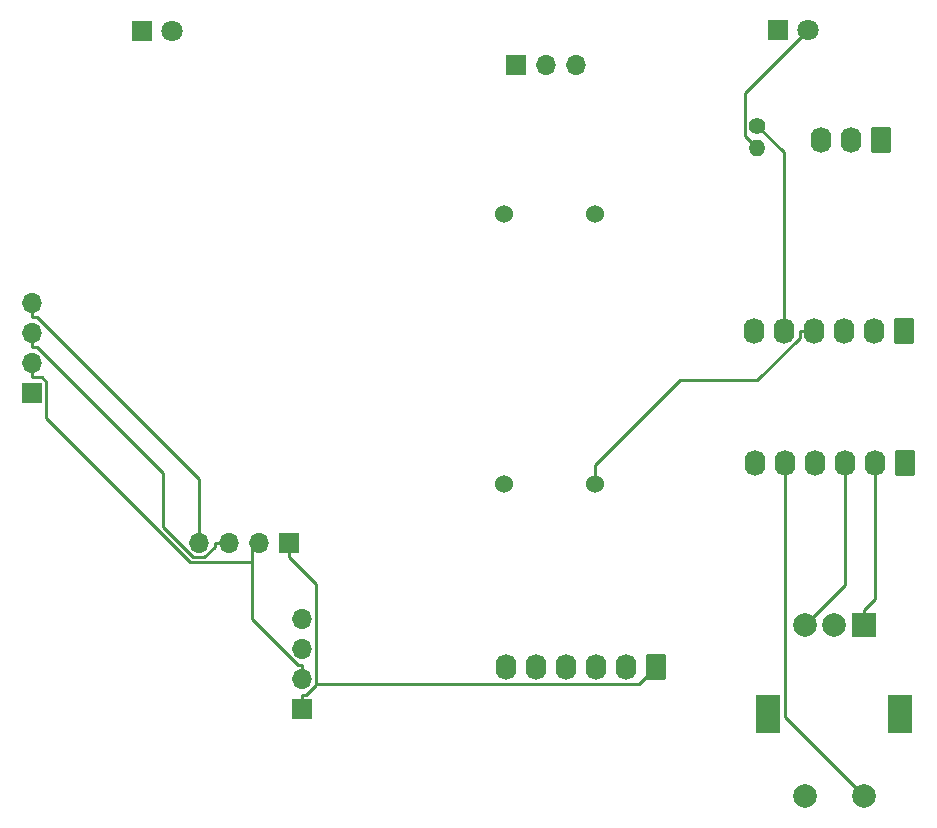
<source format=gbr>
%TF.GenerationSoftware,KiCad,Pcbnew,7.0.9*%
%TF.CreationDate,2023-11-25T09:18:02+10:00*%
%TF.ProjectId,Simmeters Large Guage Replacement,53696d6d-6574-4657-9273-204c61726765,rev?*%
%TF.SameCoordinates,Original*%
%TF.FileFunction,Copper,L1,Top*%
%TF.FilePolarity,Positive*%
%FSLAX46Y46*%
G04 Gerber Fmt 4.6, Leading zero omitted, Abs format (unit mm)*
G04 Created by KiCad (PCBNEW 7.0.9) date 2023-11-25 09:18:02*
%MOMM*%
%LPD*%
G01*
G04 APERTURE LIST*
G04 Aperture macros list*
%AMRoundRect*
0 Rectangle with rounded corners*
0 $1 Rounding radius*
0 $2 $3 $4 $5 $6 $7 $8 $9 X,Y pos of 4 corners*
0 Add a 4 corners polygon primitive as box body*
4,1,4,$2,$3,$4,$5,$6,$7,$8,$9,$2,$3,0*
0 Add four circle primitives for the rounded corners*
1,1,$1+$1,$2,$3*
1,1,$1+$1,$4,$5*
1,1,$1+$1,$6,$7*
1,1,$1+$1,$8,$9*
0 Add four rect primitives between the rounded corners*
20,1,$1+$1,$2,$3,$4,$5,0*
20,1,$1+$1,$4,$5,$6,$7,0*
20,1,$1+$1,$6,$7,$8,$9,0*
20,1,$1+$1,$8,$9,$2,$3,0*%
G04 Aperture macros list end*
%TA.AperFunction,ComponentPad*%
%ADD10C,1.524000*%
%TD*%
%TA.AperFunction,ComponentPad*%
%ADD11R,1.700000X1.700000*%
%TD*%
%TA.AperFunction,ComponentPad*%
%ADD12O,1.700000X1.700000*%
%TD*%
%TA.AperFunction,ComponentPad*%
%ADD13R,2.000000X2.000000*%
%TD*%
%TA.AperFunction,ComponentPad*%
%ADD14C,2.000000*%
%TD*%
%TA.AperFunction,ComponentPad*%
%ADD15R,2.000000X3.200000*%
%TD*%
%TA.AperFunction,ComponentPad*%
%ADD16R,1.800000X1.800000*%
%TD*%
%TA.AperFunction,ComponentPad*%
%ADD17C,1.800000*%
%TD*%
%TA.AperFunction,ComponentPad*%
%ADD18O,1.400000X1.400000*%
%TD*%
%TA.AperFunction,ComponentPad*%
%ADD19C,1.400000*%
%TD*%
%TA.AperFunction,ComponentPad*%
%ADD20RoundRect,0.250000X0.620000X0.845000X-0.620000X0.845000X-0.620000X-0.845000X0.620000X-0.845000X0*%
%TD*%
%TA.AperFunction,ComponentPad*%
%ADD21O,1.740000X2.190000*%
%TD*%
%TA.AperFunction,Conductor*%
%ADD22C,0.250000*%
%TD*%
G04 APERTURE END LIST*
D10*
%TO.P,M1,1*%
%TO.N,/COIL1*%
X190245100Y-89269600D03*
%TO.P,M1,2,-*%
%TO.N,/COIL2*%
X182545100Y-89269600D03*
%TO.P,M1,3*%
%TO.N,/COIL3*%
X182545100Y-112119600D03*
%TO.P,M1,4*%
%TO.N,/COIL4*%
X190245100Y-112119600D03*
%TD*%
D11*
%TO.P,J4,1,Pin_1*%
%TO.N,+5V*%
X183610500Y-76604600D03*
D12*
%TO.P,J4,2,Pin_2*%
%TO.N,/ZERO_DETECT*%
X186150500Y-76604600D03*
%TO.P,J4,3,Pin_3*%
%TO.N,GND1*%
X188690500Y-76604600D03*
%TD*%
D13*
%TO.P,SW1,A,A*%
%TO.N,/ENCODER-A*%
X213015500Y-124054600D03*
D14*
%TO.P,SW1,B,B*%
%TO.N,/ENCODER B*%
X208015500Y-124054600D03*
%TO.P,SW1,C,C*%
%TO.N,/ENCORDER GND*%
X210515500Y-124054600D03*
D15*
%TO.P,SW1,MP*%
%TO.N,N/C*%
X216115500Y-131554600D03*
X204915500Y-131554600D03*
D14*
%TO.P,SW1,S1,S1*%
%TO.N,/ROW*%
X208015500Y-138554600D03*
%TO.P,SW1,S2,S2*%
%TO.N,/COL*%
X213015500Y-138554600D03*
%TD*%
D11*
%TO.P,DS3,1,Pin_1*%
%TO.N,GND*%
X165455500Y-131114600D03*
D12*
%TO.P,DS3,2,Pin_2*%
%TO.N,+3V3*%
X165455500Y-128574600D03*
%TO.P,DS3,3,Pin_3*%
%TO.N,/SC1*%
X165455500Y-126034600D03*
%TO.P,DS3,4,Pin_4*%
%TO.N,/SD1*%
X165455500Y-123494600D03*
%TD*%
D11*
%TO.P,DS2,1,Pin_1*%
%TO.N,GND*%
X164321500Y-117092600D03*
D12*
%TO.P,DS2,2,Pin_2*%
%TO.N,+3V3*%
X161781500Y-117092600D03*
%TO.P,DS2,3,Pin_3*%
%TO.N,/SC0*%
X159241500Y-117092600D03*
%TO.P,DS2,4,Pin_4*%
%TO.N,/SD0*%
X156701500Y-117092600D03*
%TD*%
D11*
%TO.P,DS1,1,Pin_1*%
%TO.N,GND*%
X142625500Y-104434600D03*
D12*
%TO.P,DS1,2,Pin_2*%
%TO.N,+3V3*%
X142625500Y-101894600D03*
%TO.P,DS1,3,Pin_3*%
%TO.N,/SC0*%
X142625500Y-99354600D03*
%TO.P,DS1,4,Pin_4*%
%TO.N,/SD0*%
X142625500Y-96814600D03*
%TD*%
D16*
%TO.P,D2,1,K*%
%TO.N,/BACKLIGHT_GND*%
X151875500Y-73774600D03*
D17*
%TO.P,D2,2,A*%
%TO.N,Net-(D1-K)*%
X154415500Y-73774600D03*
%TD*%
D16*
%TO.P,D1,1,K*%
%TO.N,Net-(D1-K)*%
X205723500Y-73658600D03*
D17*
%TO.P,D1,2,A*%
%TO.N,Net-(D1-A)*%
X208263500Y-73658600D03*
%TD*%
D18*
%TO.P,R1,2*%
%TO.N,Net-(D1-A)*%
X203995500Y-83674600D03*
D19*
%TO.P,R1,1*%
%TO.N,/BACKLIGHT_+12V*%
X203995500Y-81774600D03*
%TD*%
D20*
%TO.P,J1,1,Pin_1*%
%TO.N,GND*%
X195415500Y-127584600D03*
D21*
%TO.P,J1,2,Pin_2*%
%TO.N,+3V3*%
X192875500Y-127584600D03*
%TO.P,J1,3,Pin_3*%
%TO.N,/SC0*%
X190335500Y-127584600D03*
%TO.P,J1,4,Pin_4*%
%TO.N,/SD0*%
X187795500Y-127584600D03*
%TO.P,J1,5,Pin_5*%
%TO.N,/SC1*%
X185255500Y-127584600D03*
%TO.P,J1,6,Pin_6*%
%TO.N,/SD1*%
X182715500Y-127584600D03*
%TD*%
D20*
%TO.P,J2,1,Pin_1*%
%TO.N,/COIL1*%
X216405500Y-99124600D03*
D21*
%TO.P,J2,2,Pin_2*%
%TO.N,/COIL2*%
X213865500Y-99124600D03*
%TO.P,J2,3,Pin_3*%
%TO.N,/COIL3*%
X211325500Y-99124600D03*
%TO.P,J2,4,Pin_4*%
%TO.N,/COIL4*%
X208785500Y-99124600D03*
%TO.P,J2,5,Pin_5*%
%TO.N,/BACKLIGHT_+12V*%
X206245500Y-99124600D03*
%TO.P,J2,6,Pin_6*%
%TO.N,/BACKLIGHT_GND*%
X203705500Y-99124600D03*
%TD*%
D20*
%TO.P,J3,1,Pin_1*%
%TO.N,/ENCORDER GND*%
X216485500Y-110284600D03*
D21*
%TO.P,J3,2,Pin_2*%
%TO.N,/ENCODER-A*%
X213945500Y-110284600D03*
%TO.P,J3,3,Pin_3*%
%TO.N,/ENCODER B*%
X211405500Y-110284600D03*
%TO.P,J3,4,Pin_4*%
%TO.N,/ROW*%
X208865500Y-110284600D03*
%TO.P,J3,5,Pin_5*%
%TO.N,/COL*%
X206325500Y-110284600D03*
%TO.P,J3,6,Pin_6*%
%TO.N,unconnected-(J3-Pin_6-Pad6)*%
X203785500Y-110284600D03*
%TD*%
D20*
%TO.P,J5,1,Pin_1*%
%TO.N,+5V*%
X214455500Y-82954600D03*
D21*
%TO.P,J5,2,Pin_2*%
%TO.N,/ZERO_DETECT*%
X211915500Y-82954600D03*
%TO.P,J5,3,Pin_3*%
%TO.N,GND1*%
X209375500Y-82954600D03*
%TD*%
D22*
%TO.N,/SD0*%
X156701500Y-111698600D02*
X156701500Y-117092600D01*
X142992800Y-97989900D02*
X156701500Y-111698600D01*
X142625500Y-97989900D02*
X142992800Y-97989900D01*
X142625500Y-96814600D02*
X142625500Y-97989900D01*
%TO.N,/SC0*%
X142992800Y-100529900D02*
X142625500Y-100529900D01*
X153657000Y-111194100D02*
X142992800Y-100529900D01*
X153657000Y-115744400D02*
X153657000Y-111194100D01*
X156200900Y-118288300D02*
X153657000Y-115744400D01*
X157171100Y-118288300D02*
X156200900Y-118288300D01*
X158066200Y-117393200D02*
X157171100Y-118288300D01*
X158066200Y-117092600D02*
X158066200Y-117393200D01*
X159241500Y-117092600D02*
X158066200Y-117092600D01*
X142625500Y-99354600D02*
X142625500Y-100529900D01*
%TO.N,+3V3*%
X161781500Y-117092600D02*
X161193900Y-117092600D01*
X165455500Y-128574600D02*
X165455500Y-127399300D01*
X142625500Y-101894600D02*
X142625500Y-103069900D01*
X143433600Y-103069900D02*
X142625500Y-103069900D01*
X143800800Y-103437100D02*
X143433600Y-103069900D01*
X143800800Y-106541000D02*
X143800800Y-103437100D01*
X156004700Y-118744900D02*
X143800800Y-106541000D01*
X161193900Y-118744900D02*
X156004700Y-118744900D01*
X161193900Y-117092600D02*
X161193900Y-118744900D01*
X165088200Y-127399300D02*
X165455500Y-127399300D01*
X161193900Y-123505000D02*
X165088200Y-127399300D01*
X161193900Y-118744900D02*
X161193900Y-123505000D01*
%TO.N,GND*%
X164321500Y-117092600D02*
X164321500Y-118267900D01*
X165455500Y-131114600D02*
X165455500Y-129939300D01*
X193965400Y-129034700D02*
X166630800Y-129034700D01*
X195415500Y-127584600D02*
X193965400Y-129034700D01*
X166630800Y-120577200D02*
X166630800Y-129034700D01*
X164321500Y-118267900D02*
X166630800Y-120577200D01*
X165822900Y-129939300D02*
X165455500Y-129939300D01*
X166630800Y-129131400D02*
X165822900Y-129939300D01*
X166630800Y-129034700D02*
X166630800Y-129131400D01*
%TO.N,/COL*%
X206325500Y-131864600D02*
X213015500Y-138554600D01*
X206325500Y-110284600D02*
X206325500Y-131864600D01*
%TO.N,/ENCODER B*%
X211405500Y-120664600D02*
X208015500Y-124054600D01*
X211405500Y-110284600D02*
X211405500Y-120664600D01*
%TO.N,/ENCODER-A*%
X213945500Y-121799300D02*
X213015500Y-122729300D01*
X213945500Y-110284600D02*
X213945500Y-121799300D01*
X213015500Y-124054600D02*
X213015500Y-122729300D01*
%TO.N,/BACKLIGHT_+12V*%
X206245500Y-84024600D02*
X203995500Y-81774600D01*
X206245500Y-99124600D02*
X206245500Y-84024600D01*
%TO.N,Net-(D1-A)*%
X202957900Y-78964200D02*
X208263500Y-73658600D01*
X202957900Y-82637000D02*
X202957900Y-78964200D01*
X203995500Y-83674600D02*
X202957900Y-82637000D01*
%TO.N,/COIL4*%
X207590200Y-99722200D02*
X207590200Y-99124600D01*
X203992400Y-103320000D02*
X207590200Y-99722200D01*
X197439000Y-103320000D02*
X203992400Y-103320000D01*
X190245100Y-110513900D02*
X197439000Y-103320000D01*
X190245100Y-112119600D02*
X190245100Y-110513900D01*
X208785500Y-99124600D02*
X207590200Y-99124600D01*
%TD*%
M02*

</source>
